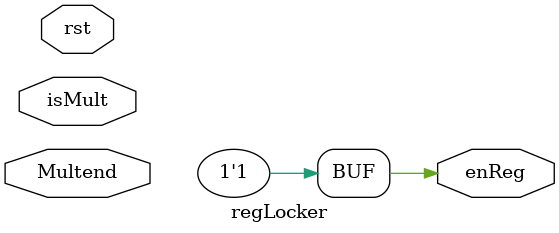
<source format=v>
module regLocker( isMult, Multend, enReg, rst );
  input isMult, Multend, rst;
  output enReg;
  reg enReg;
  
  always@( rst )
  begin
    enReg = 1;
  end
  
  always@( isMult or Multend )
  begin
    if ( rst )
      enReg = 1;
    else
    begin
      if( isMult && !Multend )
        enReg = 0;
      else
        enReg = 1;
    end
  end
  

endmodule
</source>
